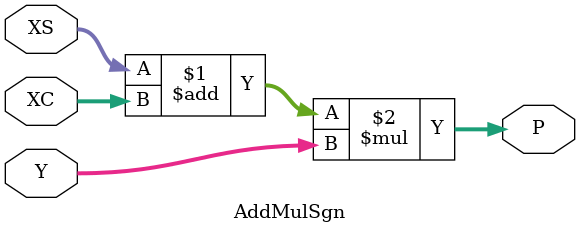
<source format=sv>


module AddMulSgn #(
	parameter int BW = 8,     // word width of XS, XC (<= widthY)
	parameter int widthX = BW,     // word width of Y
	parameter int widthY = BW     // word width of Y
) (
	input logic  signed [widthX-1:0] XS,  // multipliers
	input logic  signed [widthX-1:0] XC,
	input logic  signed [widthY-1:0] Y,  // multiplicand
	output logic signed [widthX+widthY-1:0] P  // product
);
	assign P = (XS + XC) * Y;
endmodule
</source>
